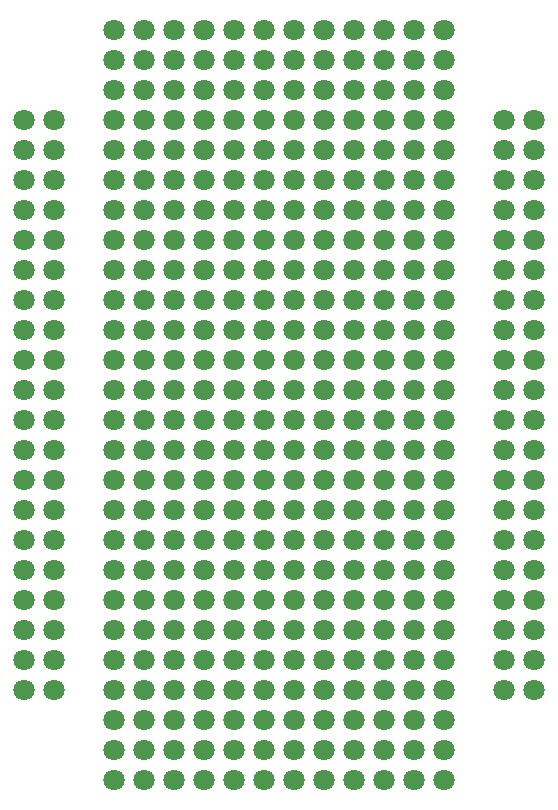
<source format=gbr>
%TF.GenerationSoftware,KiCad,Pcbnew,(5.1.10-1-10_14)*%
%TF.CreationDate,2021-09-01T11:57:48-05:00*%
%TF.ProjectId,soldering,736f6c64-6572-4696-9e67-2e6b69636164,rev?*%
%TF.SameCoordinates,Original*%
%TF.FileFunction,Copper,L2,Bot*%
%TF.FilePolarity,Positive*%
%FSLAX46Y46*%
G04 Gerber Fmt 4.6, Leading zero omitted, Abs format (unit mm)*
G04 Created by KiCad (PCBNEW (5.1.10-1-10_14)) date 2021-09-01 11:57:48*
%MOMM*%
%LPD*%
G01*
G04 APERTURE LIST*
%TA.AperFunction,ComponentPad*%
%ADD10C,1.800000*%
%TD*%
G04 APERTURE END LIST*
D10*
%TO.P,REF\u002A\u002A,1*%
%TO.N,N/C*%
X154940000Y-99060000D03*
%TD*%
%TO.P,REF\u002A\u002A,1*%
%TO.N,N/C*%
X152400000Y-99060000D03*
%TD*%
%TO.P,REF\u002A\u002A,1*%
%TO.N,N/C*%
X111760000Y-99060000D03*
%TD*%
%TO.P,REF\u002A\u002A,1*%
%TO.N,N/C*%
X114300000Y-99060000D03*
%TD*%
%TO.P,REF\u002A\u002A,1*%
%TO.N,N/C*%
X147320000Y-104140000D03*
%TD*%
%TO.P,REF\u002A\u002A,1*%
%TO.N,N/C*%
X144780000Y-106680000D03*
%TD*%
%TO.P,REF\u002A\u002A,1*%
%TO.N,N/C*%
X144780000Y-154940000D03*
%TD*%
%TO.P,REF\u002A\u002A,1*%
%TO.N,N/C*%
X147320000Y-154940000D03*
%TD*%
%TO.P,REF\u002A\u002A,1*%
%TO.N,N/C*%
X147320000Y-147320000D03*
%TD*%
%TO.P,REF\u002A\u002A,1*%
%TO.N,N/C*%
X144780000Y-132080000D03*
%TD*%
%TO.P,REF\u002A\u002A,1*%
%TO.N,N/C*%
X147320000Y-142240000D03*
%TD*%
%TO.P,REF\u002A\u002A,1*%
%TO.N,N/C*%
X147320000Y-99060000D03*
%TD*%
%TO.P,REF\u002A\u002A,1*%
%TO.N,N/C*%
X147320000Y-91440000D03*
%TD*%
%TO.P,REF\u002A\u002A,1*%
%TO.N,N/C*%
X147320000Y-101600000D03*
%TD*%
%TO.P,REF\u002A\u002A,1*%
%TO.N,N/C*%
X144780000Y-116840000D03*
%TD*%
%TO.P,REF\u002A\u002A,1*%
%TO.N,N/C*%
X147320000Y-119380000D03*
%TD*%
%TO.P,REF\u002A\u002A,1*%
%TO.N,N/C*%
X147320000Y-109220000D03*
%TD*%
%TO.P,REF\u002A\u002A,1*%
%TO.N,N/C*%
X144780000Y-111760000D03*
%TD*%
%TO.P,REF\u002A\u002A,1*%
%TO.N,N/C*%
X147320000Y-114300000D03*
%TD*%
%TO.P,REF\u002A\u002A,1*%
%TO.N,N/C*%
X142240000Y-152400000D03*
%TD*%
%TO.P,REF\u002A\u002A,1*%
%TO.N,N/C*%
X142240000Y-142240000D03*
%TD*%
%TO.P,REF\u002A\u002A,1*%
%TO.N,N/C*%
X139700000Y-149860000D03*
%TD*%
%TO.P,REF\u002A\u002A,1*%
%TO.N,N/C*%
X139700000Y-152400000D03*
%TD*%
%TO.P,REF\u002A\u002A,1*%
%TO.N,N/C*%
X144780000Y-101600000D03*
%TD*%
%TO.P,REF\u002A\u002A,1*%
%TO.N,N/C*%
X144780000Y-152400000D03*
%TD*%
%TO.P,REF\u002A\u002A,1*%
%TO.N,N/C*%
X142240000Y-116840000D03*
%TD*%
%TO.P,REF\u002A\u002A,1*%
%TO.N,N/C*%
X139700000Y-104140000D03*
%TD*%
%TO.P,REF\u002A\u002A,1*%
%TO.N,N/C*%
X142240000Y-106680000D03*
%TD*%
%TO.P,REF\u002A\u002A,1*%
%TO.N,N/C*%
X142240000Y-132080000D03*
%TD*%
%TO.P,REF\u002A\u002A,1*%
%TO.N,N/C*%
X139700000Y-144780000D03*
%TD*%
%TO.P,REF\u002A\u002A,1*%
%TO.N,N/C*%
X147320000Y-124460000D03*
%TD*%
%TO.P,REF\u002A\u002A,1*%
%TO.N,N/C*%
X144780000Y-99060000D03*
%TD*%
%TO.P,REF\u002A\u002A,1*%
%TO.N,N/C*%
X144780000Y-91440000D03*
%TD*%
%TO.P,REF\u002A\u002A,1*%
%TO.N,N/C*%
X147320000Y-111760000D03*
%TD*%
%TO.P,REF\u002A\u002A,1*%
%TO.N,N/C*%
X147320000Y-129540000D03*
%TD*%
%TO.P,REF\u002A\u002A,1*%
%TO.N,N/C*%
X147320000Y-93980000D03*
%TD*%
%TO.P,REF\u002A\u002A,1*%
%TO.N,N/C*%
X147320000Y-134620000D03*
%TD*%
%TO.P,REF\u002A\u002A,1*%
%TO.N,N/C*%
X144780000Y-119380000D03*
%TD*%
%TO.P,REF\u002A\u002A,1*%
%TO.N,N/C*%
X144780000Y-114300000D03*
%TD*%
%TO.P,REF\u002A\u002A,1*%
%TO.N,N/C*%
X147320000Y-127000000D03*
%TD*%
%TO.P,REF\u002A\u002A,1*%
%TO.N,N/C*%
X144780000Y-124460000D03*
%TD*%
%TO.P,REF\u002A\u002A,1*%
%TO.N,N/C*%
X144780000Y-96520000D03*
%TD*%
%TO.P,REF\u002A\u002A,1*%
%TO.N,N/C*%
X144780000Y-127000000D03*
%TD*%
%TO.P,REF\u002A\u002A,1*%
%TO.N,N/C*%
X139700000Y-154940000D03*
%TD*%
%TO.P,REF\u002A\u002A,1*%
%TO.N,N/C*%
X142240000Y-154940000D03*
%TD*%
%TO.P,REF\u002A\u002A,1*%
%TO.N,N/C*%
X147320000Y-121920000D03*
%TD*%
%TO.P,REF\u002A\u002A,1*%
%TO.N,N/C*%
X144780000Y-129540000D03*
%TD*%
%TO.P,REF\u002A\u002A,1*%
%TO.N,N/C*%
X144780000Y-109220000D03*
%TD*%
%TO.P,REF\u002A\u002A,1*%
%TO.N,N/C*%
X144780000Y-93980000D03*
%TD*%
%TO.P,REF\u002A\u002A,1*%
%TO.N,N/C*%
X147320000Y-96520000D03*
%TD*%
%TO.P,REF\u002A\u002A,1*%
%TO.N,N/C*%
X147320000Y-139700000D03*
%TD*%
%TO.P,REF\u002A\u002A,1*%
%TO.N,N/C*%
X144780000Y-149860000D03*
%TD*%
%TO.P,REF\u002A\u002A,1*%
%TO.N,N/C*%
X144780000Y-121920000D03*
%TD*%
%TO.P,REF\u002A\u002A,1*%
%TO.N,N/C*%
X147320000Y-137160000D03*
%TD*%
%TO.P,REF\u002A\u002A,1*%
%TO.N,N/C*%
X144780000Y-137160000D03*
%TD*%
%TO.P,REF\u002A\u002A,1*%
%TO.N,N/C*%
X144780000Y-134620000D03*
%TD*%
%TO.P,REF\u002A\u002A,1*%
%TO.N,N/C*%
X147320000Y-149860000D03*
%TD*%
%TO.P,REF\u002A\u002A,1*%
%TO.N,N/C*%
X144780000Y-142240000D03*
%TD*%
%TO.P,REF\u002A\u002A,1*%
%TO.N,N/C*%
X147320000Y-116840000D03*
%TD*%
%TO.P,REF\u002A\u002A,1*%
%TO.N,N/C*%
X144780000Y-104140000D03*
%TD*%
%TO.P,REF\u002A\u002A,1*%
%TO.N,N/C*%
X147320000Y-106680000D03*
%TD*%
%TO.P,REF\u002A\u002A,1*%
%TO.N,N/C*%
X147320000Y-132080000D03*
%TD*%
%TO.P,REF\u002A\u002A,1*%
%TO.N,N/C*%
X144780000Y-144780000D03*
%TD*%
%TO.P,REF\u002A\u002A,1*%
%TO.N,N/C*%
X144780000Y-147320000D03*
%TD*%
%TO.P,REF\u002A\u002A,1*%
%TO.N,N/C*%
X147320000Y-144780000D03*
%TD*%
%TO.P,REF\u002A\u002A,1*%
%TO.N,N/C*%
X144780000Y-139700000D03*
%TD*%
%TO.P,REF\u002A\u002A,1*%
%TO.N,N/C*%
X147320000Y-152400000D03*
%TD*%
%TO.P,REF\u002A\u002A,1*%
%TO.N,N/C*%
X142240000Y-147320000D03*
%TD*%
%TO.P,REF\u002A\u002A,1*%
%TO.N,N/C*%
X142240000Y-139700000D03*
%TD*%
%TO.P,REF\u002A\u002A,1*%
%TO.N,N/C*%
X142240000Y-144780000D03*
%TD*%
%TO.P,REF\u002A\u002A,1*%
%TO.N,N/C*%
X139700000Y-139700000D03*
%TD*%
%TO.P,REF\u002A\u002A,1*%
%TO.N,N/C*%
X139700000Y-147320000D03*
%TD*%
%TO.P,REF\u002A\u002A,1*%
%TO.N,N/C*%
X139700000Y-142240000D03*
%TD*%
%TO.P,REF\u002A\u002A,1*%
%TO.N,N/C*%
X142240000Y-149860000D03*
%TD*%
%TO.P,REF\u002A\u002A,1*%
%TO.N,N/C*%
X139700000Y-96520000D03*
%TD*%
%TO.P,REF\u002A\u002A,1*%
%TO.N,N/C*%
X139700000Y-106680000D03*
%TD*%
%TO.P,REF\u002A\u002A,1*%
%TO.N,N/C*%
X142240000Y-137160000D03*
%TD*%
%TO.P,REF\u002A\u002A,1*%
%TO.N,N/C*%
X139700000Y-93980000D03*
%TD*%
%TO.P,REF\u002A\u002A,1*%
%TO.N,N/C*%
X139700000Y-134620000D03*
%TD*%
%TO.P,REF\u002A\u002A,1*%
%TO.N,N/C*%
X139700000Y-132080000D03*
%TD*%
%TO.P,REF\u002A\u002A,1*%
%TO.N,N/C*%
X139700000Y-109220000D03*
%TD*%
%TO.P,REF\u002A\u002A,1*%
%TO.N,N/C*%
X139700000Y-101600000D03*
%TD*%
%TO.P,REF\u002A\u002A,1*%
%TO.N,N/C*%
X142240000Y-91440000D03*
%TD*%
%TO.P,REF\u002A\u002A,1*%
%TO.N,N/C*%
X139700000Y-121920000D03*
%TD*%
%TO.P,REF\u002A\u002A,1*%
%TO.N,N/C*%
X142240000Y-99060000D03*
%TD*%
%TO.P,REF\u002A\u002A,1*%
%TO.N,N/C*%
X142240000Y-96520000D03*
%TD*%
%TO.P,REF\u002A\u002A,1*%
%TO.N,N/C*%
X142240000Y-104140000D03*
%TD*%
%TO.P,REF\u002A\u002A,1*%
%TO.N,N/C*%
X139700000Y-137160000D03*
%TD*%
%TO.P,REF\u002A\u002A,1*%
%TO.N,N/C*%
X142240000Y-121920000D03*
%TD*%
%TO.P,REF\u002A\u002A,1*%
%TO.N,N/C*%
X139700000Y-129540000D03*
%TD*%
%TO.P,REF\u002A\u002A,1*%
%TO.N,N/C*%
X139700000Y-127000000D03*
%TD*%
%TO.P,REF\u002A\u002A,1*%
%TO.N,N/C*%
X142240000Y-93980000D03*
%TD*%
%TO.P,REF\u002A\u002A,1*%
%TO.N,N/C*%
X142240000Y-111760000D03*
%TD*%
%TO.P,REF\u002A\u002A,1*%
%TO.N,N/C*%
X142240000Y-129540000D03*
%TD*%
%TO.P,REF\u002A\u002A,1*%
%TO.N,N/C*%
X142240000Y-127000000D03*
%TD*%
%TO.P,REF\u002A\u002A,1*%
%TO.N,N/C*%
X139700000Y-124460000D03*
%TD*%
%TO.P,REF\u002A\u002A,1*%
%TO.N,N/C*%
X142240000Y-109220000D03*
%TD*%
%TO.P,REF\u002A\u002A,1*%
%TO.N,N/C*%
X139700000Y-99060000D03*
%TD*%
%TO.P,REF\u002A\u002A,1*%
%TO.N,N/C*%
X139700000Y-91440000D03*
%TD*%
%TO.P,REF\u002A\u002A,1*%
%TO.N,N/C*%
X142240000Y-101600000D03*
%TD*%
%TO.P,REF\u002A\u002A,1*%
%TO.N,N/C*%
X142240000Y-114300000D03*
%TD*%
%TO.P,REF\u002A\u002A,1*%
%TO.N,N/C*%
X139700000Y-116840000D03*
%TD*%
%TO.P,REF\u002A\u002A,1*%
%TO.N,N/C*%
X142240000Y-119380000D03*
%TD*%
%TO.P,REF\u002A\u002A,1*%
%TO.N,N/C*%
X142240000Y-124460000D03*
%TD*%
%TO.P,REF\u002A\u002A,1*%
%TO.N,N/C*%
X139700000Y-111760000D03*
%TD*%
%TO.P,REF\u002A\u002A,1*%
%TO.N,N/C*%
X139700000Y-114300000D03*
%TD*%
%TO.P,REF\u002A\u002A,1*%
%TO.N,N/C*%
X142240000Y-134620000D03*
%TD*%
%TO.P,REF\u002A\u002A,1*%
%TO.N,N/C*%
X139700000Y-119380000D03*
%TD*%
%TO.P,REF\u002A\u002A,1*%
%TO.N,N/C*%
X132080000Y-134620000D03*
%TD*%
%TO.P,REF\u002A\u002A,1*%
%TO.N,N/C*%
X129540000Y-119380000D03*
%TD*%
%TO.P,REF\u002A\u002A,1*%
%TO.N,N/C*%
X129540000Y-114300000D03*
%TD*%
%TO.P,REF\u002A\u002A,1*%
%TO.N,N/C*%
X129540000Y-127000000D03*
%TD*%
%TO.P,REF\u002A\u002A,1*%
%TO.N,N/C*%
X132080000Y-121920000D03*
%TD*%
%TO.P,REF\u002A\u002A,1*%
%TO.N,N/C*%
X129540000Y-129540000D03*
%TD*%
%TO.P,REF\u002A\u002A,1*%
%TO.N,N/C*%
X132080000Y-101600000D03*
%TD*%
%TO.P,REF\u002A\u002A,1*%
%TO.N,N/C*%
X132080000Y-109220000D03*
%TD*%
%TO.P,REF\u002A\u002A,1*%
%TO.N,N/C*%
X129540000Y-111760000D03*
%TD*%
%TO.P,REF\u002A\u002A,1*%
%TO.N,N/C*%
X132080000Y-114300000D03*
%TD*%
%TO.P,REF\u002A\u002A,1*%
%TO.N,N/C*%
X129540000Y-116840000D03*
%TD*%
%TO.P,REF\u002A\u002A,1*%
%TO.N,N/C*%
X132080000Y-119380000D03*
%TD*%
%TO.P,REF\u002A\u002A,1*%
%TO.N,N/C*%
X132080000Y-124460000D03*
%TD*%
%TO.P,REF\u002A\u002A,1*%
%TO.N,N/C*%
X129540000Y-99060000D03*
%TD*%
%TO.P,REF\u002A\u002A,1*%
%TO.N,N/C*%
X129540000Y-91440000D03*
%TD*%
%TO.P,REF\u002A\u002A,1*%
%TO.N,N/C*%
X132080000Y-93980000D03*
%TD*%
%TO.P,REF\u002A\u002A,1*%
%TO.N,N/C*%
X132080000Y-111760000D03*
%TD*%
%TO.P,REF\u002A\u002A,1*%
%TO.N,N/C*%
X132080000Y-129540000D03*
%TD*%
%TO.P,REF\u002A\u002A,1*%
%TO.N,N/C*%
X132080000Y-127000000D03*
%TD*%
%TO.P,REF\u002A\u002A,1*%
%TO.N,N/C*%
X129540000Y-124460000D03*
%TD*%
%TO.P,REF\u002A\u002A,1*%
%TO.N,N/C*%
X129540000Y-96520000D03*
%TD*%
%TO.P,REF\u002A\u002A,1*%
%TO.N,N/C*%
X132080000Y-99060000D03*
%TD*%
%TO.P,REF\u002A\u002A,1*%
%TO.N,N/C*%
X129540000Y-93980000D03*
%TD*%
%TO.P,REF\u002A\u002A,1*%
%TO.N,N/C*%
X132080000Y-96520000D03*
%TD*%
%TO.P,REF\u002A\u002A,1*%
%TO.N,N/C*%
X132080000Y-104140000D03*
%TD*%
%TO.P,REF\u002A\u002A,1*%
%TO.N,N/C*%
X129540000Y-106680000D03*
%TD*%
%TO.P,REF\u002A\u002A,1*%
%TO.N,N/C*%
X129540000Y-132080000D03*
%TD*%
%TO.P,REF\u002A\u002A,1*%
%TO.N,N/C*%
X129540000Y-109220000D03*
%TD*%
%TO.P,REF\u002A\u002A,1*%
%TO.N,N/C*%
X129540000Y-101600000D03*
%TD*%
%TO.P,REF\u002A\u002A,1*%
%TO.N,N/C*%
X132080000Y-91440000D03*
%TD*%
%TO.P,REF\u002A\u002A,1*%
%TO.N,N/C*%
X129540000Y-121920000D03*
%TD*%
%TO.P,REF\u002A\u002A,1*%
%TO.N,N/C*%
X132080000Y-137160000D03*
%TD*%
%TO.P,REF\u002A\u002A,1*%
%TO.N,N/C*%
X129540000Y-137160000D03*
%TD*%
%TO.P,REF\u002A\u002A,1*%
%TO.N,N/C*%
X129540000Y-134620000D03*
%TD*%
%TO.P,REF\u002A\u002A,1*%
%TO.N,N/C*%
X132080000Y-149860000D03*
%TD*%
%TO.P,REF\u002A\u002A,1*%
%TO.N,N/C*%
X129540000Y-142240000D03*
%TD*%
%TO.P,REF\u002A\u002A,1*%
%TO.N,N/C*%
X132080000Y-116840000D03*
%TD*%
%TO.P,REF\u002A\u002A,1*%
%TO.N,N/C*%
X129540000Y-104140000D03*
%TD*%
%TO.P,REF\u002A\u002A,1*%
%TO.N,N/C*%
X132080000Y-106680000D03*
%TD*%
%TO.P,REF\u002A\u002A,1*%
%TO.N,N/C*%
X132080000Y-132080000D03*
%TD*%
%TO.P,REF\u002A\u002A,1*%
%TO.N,N/C*%
X129540000Y-144780000D03*
%TD*%
%TO.P,REF\u002A\u002A,1*%
%TO.N,N/C*%
X137160000Y-124460000D03*
%TD*%
%TO.P,REF\u002A\u002A,1*%
%TO.N,N/C*%
X134620000Y-99060000D03*
%TD*%
%TO.P,REF\u002A\u002A,1*%
%TO.N,N/C*%
X134620000Y-91440000D03*
%TD*%
%TO.P,REF\u002A\u002A,1*%
%TO.N,N/C*%
X137160000Y-111760000D03*
%TD*%
%TO.P,REF\u002A\u002A,1*%
%TO.N,N/C*%
X137160000Y-129540000D03*
%TD*%
%TO.P,REF\u002A\u002A,1*%
%TO.N,N/C*%
X137160000Y-93980000D03*
%TD*%
%TO.P,REF\u002A\u002A,1*%
%TO.N,N/C*%
X137160000Y-134620000D03*
%TD*%
%TO.P,REF\u002A\u002A,1*%
%TO.N,N/C*%
X134620000Y-119380000D03*
%TD*%
%TO.P,REF\u002A\u002A,1*%
%TO.N,N/C*%
X134620000Y-114300000D03*
%TD*%
%TO.P,REF\u002A\u002A,1*%
%TO.N,N/C*%
X137160000Y-127000000D03*
%TD*%
%TO.P,REF\u002A\u002A,1*%
%TO.N,N/C*%
X134620000Y-124460000D03*
%TD*%
%TO.P,REF\u002A\u002A,1*%
%TO.N,N/C*%
X134620000Y-96520000D03*
%TD*%
%TO.P,REF\u002A\u002A,1*%
%TO.N,N/C*%
X134620000Y-127000000D03*
%TD*%
%TO.P,REF\u002A\u002A,1*%
%TO.N,N/C*%
X137160000Y-121920000D03*
%TD*%
%TO.P,REF\u002A\u002A,1*%
%TO.N,N/C*%
X134620000Y-129540000D03*
%TD*%
%TO.P,REF\u002A\u002A,1*%
%TO.N,N/C*%
X137160000Y-101600000D03*
%TD*%
%TO.P,REF\u002A\u002A,1*%
%TO.N,N/C*%
X134620000Y-116840000D03*
%TD*%
%TO.P,REF\u002A\u002A,1*%
%TO.N,N/C*%
X137160000Y-119380000D03*
%TD*%
%TO.P,REF\u002A\u002A,1*%
%TO.N,N/C*%
X137160000Y-109220000D03*
%TD*%
%TO.P,REF\u002A\u002A,1*%
%TO.N,N/C*%
X134620000Y-111760000D03*
%TD*%
%TO.P,REF\u002A\u002A,1*%
%TO.N,N/C*%
X137160000Y-114300000D03*
%TD*%
%TO.P,REF\u002A\u002A,1*%
%TO.N,N/C*%
X134620000Y-109220000D03*
%TD*%
%TO.P,REF\u002A\u002A,1*%
%TO.N,N/C*%
X134620000Y-101600000D03*
%TD*%
%TO.P,REF\u002A\u002A,1*%
%TO.N,N/C*%
X134620000Y-152400000D03*
%TD*%
%TO.P,REF\u002A\u002A,1*%
%TO.N,N/C*%
X137160000Y-104140000D03*
%TD*%
%TO.P,REF\u002A\u002A,1*%
%TO.N,N/C*%
X134620000Y-106680000D03*
%TD*%
%TO.P,REF\u002A\u002A,1*%
%TO.N,N/C*%
X134620000Y-154940000D03*
%TD*%
%TO.P,REF\u002A\u002A,1*%
%TO.N,N/C*%
X137160000Y-154940000D03*
%TD*%
%TO.P,REF\u002A\u002A,1*%
%TO.N,N/C*%
X137160000Y-147320000D03*
%TD*%
%TO.P,REF\u002A\u002A,1*%
%TO.N,N/C*%
X134620000Y-132080000D03*
%TD*%
%TO.P,REF\u002A\u002A,1*%
%TO.N,N/C*%
X137160000Y-142240000D03*
%TD*%
%TO.P,REF\u002A\u002A,1*%
%TO.N,N/C*%
X137160000Y-99060000D03*
%TD*%
%TO.P,REF\u002A\u002A,1*%
%TO.N,N/C*%
X134620000Y-93980000D03*
%TD*%
%TO.P,REF\u002A\u002A,1*%
%TO.N,N/C*%
X137160000Y-96520000D03*
%TD*%
%TO.P,REF\u002A\u002A,1*%
%TO.N,N/C*%
X137160000Y-139700000D03*
%TD*%
%TO.P,REF\u002A\u002A,1*%
%TO.N,N/C*%
X134620000Y-121920000D03*
%TD*%
%TO.P,REF\u002A\u002A,1*%
%TO.N,N/C*%
X137160000Y-137160000D03*
%TD*%
%TO.P,REF\u002A\u002A,1*%
%TO.N,N/C*%
X134620000Y-137160000D03*
%TD*%
%TO.P,REF\u002A\u002A,1*%
%TO.N,N/C*%
X134620000Y-134620000D03*
%TD*%
%TO.P,REF\u002A\u002A,1*%
%TO.N,N/C*%
X137160000Y-149860000D03*
%TD*%
%TO.P,REF\u002A\u002A,1*%
%TO.N,N/C*%
X134620000Y-142240000D03*
%TD*%
%TO.P,REF\u002A\u002A,1*%
%TO.N,N/C*%
X137160000Y-116840000D03*
%TD*%
%TO.P,REF\u002A\u002A,1*%
%TO.N,N/C*%
X134620000Y-104140000D03*
%TD*%
%TO.P,REF\u002A\u002A,1*%
%TO.N,N/C*%
X137160000Y-106680000D03*
%TD*%
%TO.P,REF\u002A\u002A,1*%
%TO.N,N/C*%
X137160000Y-132080000D03*
%TD*%
%TO.P,REF\u002A\u002A,1*%
%TO.N,N/C*%
X134620000Y-144780000D03*
%TD*%
%TO.P,REF\u002A\u002A,1*%
%TO.N,N/C*%
X134620000Y-147320000D03*
%TD*%
%TO.P,REF\u002A\u002A,1*%
%TO.N,N/C*%
X137160000Y-144780000D03*
%TD*%
%TO.P,REF\u002A\u002A,1*%
%TO.N,N/C*%
X134620000Y-139700000D03*
%TD*%
%TO.P,REF\u002A\u002A,1*%
%TO.N,N/C*%
X137160000Y-152400000D03*
%TD*%
%TO.P,REF\u002A\u002A,1*%
%TO.N,N/C*%
X137160000Y-91440000D03*
%TD*%
%TO.P,REF\u002A\u002A,1*%
%TO.N,N/C*%
X134620000Y-149860000D03*
%TD*%
%TO.P,REF\u002A\u002A,1*%
%TO.N,N/C*%
X129540000Y-154940000D03*
%TD*%
%TO.P,REF\u002A\u002A,1*%
%TO.N,N/C*%
X132080000Y-154940000D03*
%TD*%
%TO.P,REF\u002A\u002A,1*%
%TO.N,N/C*%
X132080000Y-147320000D03*
%TD*%
%TO.P,REF\u002A\u002A,1*%
%TO.N,N/C*%
X132080000Y-139700000D03*
%TD*%
%TO.P,REF\u002A\u002A,1*%
%TO.N,N/C*%
X132080000Y-144780000D03*
%TD*%
%TO.P,REF\u002A\u002A,1*%
%TO.N,N/C*%
X129540000Y-139700000D03*
%TD*%
%TO.P,REF\u002A\u002A,1*%
%TO.N,N/C*%
X129540000Y-147320000D03*
%TD*%
%TO.P,REF\u002A\u002A,1*%
%TO.N,N/C*%
X132080000Y-152400000D03*
%TD*%
%TO.P,REF\u002A\u002A,1*%
%TO.N,N/C*%
X132080000Y-142240000D03*
%TD*%
%TO.P,REF\u002A\u002A,1*%
%TO.N,N/C*%
X129540000Y-149860000D03*
%TD*%
%TO.P,REF\u002A\u002A,1*%
%TO.N,N/C*%
X129540000Y-152400000D03*
%TD*%
%TO.P,REF\u002A\u002A,1*%
%TO.N,N/C*%
X127000000Y-134620000D03*
%TD*%
%TO.P,REF\u002A\u002A,1*%
%TO.N,N/C*%
X124460000Y-119380000D03*
%TD*%
%TO.P,REF\u002A\u002A,1*%
%TO.N,N/C*%
X124460000Y-114300000D03*
%TD*%
%TO.P,REF\u002A\u002A,1*%
%TO.N,N/C*%
X124460000Y-127000000D03*
%TD*%
%TO.P,REF\u002A\u002A,1*%
%TO.N,N/C*%
X127000000Y-121920000D03*
%TD*%
%TO.P,REF\u002A\u002A,1*%
%TO.N,N/C*%
X124460000Y-129540000D03*
%TD*%
%TO.P,REF\u002A\u002A,1*%
%TO.N,N/C*%
X127000000Y-101600000D03*
%TD*%
%TO.P,REF\u002A\u002A,1*%
%TO.N,N/C*%
X127000000Y-109220000D03*
%TD*%
%TO.P,REF\u002A\u002A,1*%
%TO.N,N/C*%
X124460000Y-111760000D03*
%TD*%
%TO.P,REF\u002A\u002A,1*%
%TO.N,N/C*%
X127000000Y-114300000D03*
%TD*%
%TO.P,REF\u002A\u002A,1*%
%TO.N,N/C*%
X124460000Y-116840000D03*
%TD*%
%TO.P,REF\u002A\u002A,1*%
%TO.N,N/C*%
X127000000Y-119380000D03*
%TD*%
%TO.P,REF\u002A\u002A,1*%
%TO.N,N/C*%
X127000000Y-124460000D03*
%TD*%
%TO.P,REF\u002A\u002A,1*%
%TO.N,N/C*%
X124460000Y-99060000D03*
%TD*%
%TO.P,REF\u002A\u002A,1*%
%TO.N,N/C*%
X124460000Y-91440000D03*
%TD*%
%TO.P,REF\u002A\u002A,1*%
%TO.N,N/C*%
X127000000Y-93980000D03*
%TD*%
%TO.P,REF\u002A\u002A,1*%
%TO.N,N/C*%
X127000000Y-111760000D03*
%TD*%
%TO.P,REF\u002A\u002A,1*%
%TO.N,N/C*%
X127000000Y-129540000D03*
%TD*%
%TO.P,REF\u002A\u002A,1*%
%TO.N,N/C*%
X127000000Y-127000000D03*
%TD*%
%TO.P,REF\u002A\u002A,1*%
%TO.N,N/C*%
X124460000Y-124460000D03*
%TD*%
%TO.P,REF\u002A\u002A,1*%
%TO.N,N/C*%
X124460000Y-96520000D03*
%TD*%
%TO.P,REF\u002A\u002A,1*%
%TO.N,N/C*%
X127000000Y-99060000D03*
%TD*%
%TO.P,REF\u002A\u002A,1*%
%TO.N,N/C*%
X124460000Y-93980000D03*
%TD*%
%TO.P,REF\u002A\u002A,1*%
%TO.N,N/C*%
X127000000Y-96520000D03*
%TD*%
%TO.P,REF\u002A\u002A,1*%
%TO.N,N/C*%
X127000000Y-104140000D03*
%TD*%
%TO.P,REF\u002A\u002A,1*%
%TO.N,N/C*%
X124460000Y-106680000D03*
%TD*%
%TO.P,REF\u002A\u002A,1*%
%TO.N,N/C*%
X124460000Y-132080000D03*
%TD*%
%TO.P,REF\u002A\u002A,1*%
%TO.N,N/C*%
X124460000Y-109220000D03*
%TD*%
%TO.P,REF\u002A\u002A,1*%
%TO.N,N/C*%
X124460000Y-101600000D03*
%TD*%
%TO.P,REF\u002A\u002A,1*%
%TO.N,N/C*%
X127000000Y-91440000D03*
%TD*%
%TO.P,REF\u002A\u002A,1*%
%TO.N,N/C*%
X124460000Y-121920000D03*
%TD*%
%TO.P,REF\u002A\u002A,1*%
%TO.N,N/C*%
X127000000Y-137160000D03*
%TD*%
%TO.P,REF\u002A\u002A,1*%
%TO.N,N/C*%
X124460000Y-137160000D03*
%TD*%
%TO.P,REF\u002A\u002A,1*%
%TO.N,N/C*%
X124460000Y-134620000D03*
%TD*%
%TO.P,REF\u002A\u002A,1*%
%TO.N,N/C*%
X127000000Y-149860000D03*
%TD*%
%TO.P,REF\u002A\u002A,1*%
%TO.N,N/C*%
X124460000Y-142240000D03*
%TD*%
%TO.P,REF\u002A\u002A,1*%
%TO.N,N/C*%
X127000000Y-116840000D03*
%TD*%
%TO.P,REF\u002A\u002A,1*%
%TO.N,N/C*%
X124460000Y-104140000D03*
%TD*%
%TO.P,REF\u002A\u002A,1*%
%TO.N,N/C*%
X127000000Y-106680000D03*
%TD*%
%TO.P,REF\u002A\u002A,1*%
%TO.N,N/C*%
X127000000Y-132080000D03*
%TD*%
%TO.P,REF\u002A\u002A,1*%
%TO.N,N/C*%
X124460000Y-144780000D03*
%TD*%
%TO.P,REF\u002A\u002A,1*%
%TO.N,N/C*%
X124460000Y-154940000D03*
%TD*%
%TO.P,REF\u002A\u002A,1*%
%TO.N,N/C*%
X127000000Y-154940000D03*
%TD*%
%TO.P,REF\u002A\u002A,1*%
%TO.N,N/C*%
X127000000Y-147320000D03*
%TD*%
%TO.P,REF\u002A\u002A,1*%
%TO.N,N/C*%
X127000000Y-139700000D03*
%TD*%
%TO.P,REF\u002A\u002A,1*%
%TO.N,N/C*%
X127000000Y-144780000D03*
%TD*%
%TO.P,REF\u002A\u002A,1*%
%TO.N,N/C*%
X124460000Y-139700000D03*
%TD*%
%TO.P,REF\u002A\u002A,1*%
%TO.N,N/C*%
X124460000Y-147320000D03*
%TD*%
%TO.P,REF\u002A\u002A,1*%
%TO.N,N/C*%
X127000000Y-152400000D03*
%TD*%
%TO.P,REF\u002A\u002A,1*%
%TO.N,N/C*%
X127000000Y-142240000D03*
%TD*%
%TO.P,REF\u002A\u002A,1*%
%TO.N,N/C*%
X124460000Y-149860000D03*
%TD*%
%TO.P,REF\u002A\u002A,1*%
%TO.N,N/C*%
X124460000Y-152400000D03*
%TD*%
%TO.P,REF\u002A\u002A,1*%
%TO.N,N/C*%
X121920000Y-154940000D03*
%TD*%
%TO.P,REF\u002A\u002A,1*%
%TO.N,N/C*%
X119380000Y-154940000D03*
%TD*%
%TO.P,REF\u002A\u002A,1*%
%TO.N,N/C*%
X121920000Y-149860000D03*
%TD*%
%TO.P,REF\u002A\u002A,1*%
%TO.N,N/C*%
X119380000Y-142240000D03*
%TD*%
%TO.P,REF\u002A\u002A,1*%
%TO.N,N/C*%
X119380000Y-144780000D03*
%TD*%
%TO.P,REF\u002A\u002A,1*%
%TO.N,N/C*%
X121920000Y-139700000D03*
%TD*%
%TO.P,REF\u002A\u002A,1*%
%TO.N,N/C*%
X121920000Y-144780000D03*
%TD*%
%TO.P,REF\u002A\u002A,1*%
%TO.N,N/C*%
X121920000Y-142240000D03*
%TD*%
%TO.P,REF\u002A\u002A,1*%
%TO.N,N/C*%
X119380000Y-139700000D03*
%TD*%
%TO.P,REF\u002A\u002A,1*%
%TO.N,N/C*%
X119380000Y-147320000D03*
%TD*%
%TO.P,REF\u002A\u002A,1*%
%TO.N,N/C*%
X121920000Y-152400000D03*
%TD*%
%TO.P,REF\u002A\u002A,1*%
%TO.N,N/C*%
X119380000Y-152400000D03*
%TD*%
%TO.P,REF\u002A\u002A,1*%
%TO.N,N/C*%
X119380000Y-149860000D03*
%TD*%
%TO.P,REF\u002A\u002A,1*%
%TO.N,N/C*%
X121920000Y-147320000D03*
%TD*%
%TO.P,REF\u002A\u002A,1*%
%TO.N,N/C*%
X121920000Y-116840000D03*
%TD*%
%TO.P,REF\u002A\u002A,1*%
%TO.N,N/C*%
X121920000Y-124460000D03*
%TD*%
%TO.P,REF\u002A\u002A,1*%
%TO.N,N/C*%
X121920000Y-134620000D03*
%TD*%
%TO.P,REF\u002A\u002A,1*%
%TO.N,N/C*%
X119380000Y-119380000D03*
%TD*%
%TO.P,REF\u002A\u002A,1*%
%TO.N,N/C*%
X119380000Y-111760000D03*
%TD*%
%TO.P,REF\u002A\u002A,1*%
%TO.N,N/C*%
X121920000Y-114300000D03*
%TD*%
%TO.P,REF\u002A\u002A,1*%
%TO.N,N/C*%
X119380000Y-116840000D03*
%TD*%
%TO.P,REF\u002A\u002A,1*%
%TO.N,N/C*%
X121920000Y-119380000D03*
%TD*%
%TO.P,REF\u002A\u002A,1*%
%TO.N,N/C*%
X119380000Y-114300000D03*
%TD*%
%TO.P,REF\u002A\u002A,1*%
%TO.N,N/C*%
X119380000Y-127000000D03*
%TD*%
%TO.P,REF\u002A\u002A,1*%
%TO.N,N/C*%
X121920000Y-121920000D03*
%TD*%
%TO.P,REF\u002A\u002A,1*%
%TO.N,N/C*%
X119380000Y-129540000D03*
%TD*%
%TO.P,REF\u002A\u002A,1*%
%TO.N,N/C*%
X119380000Y-121920000D03*
%TD*%
%TO.P,REF\u002A\u002A,1*%
%TO.N,N/C*%
X121920000Y-137160000D03*
%TD*%
%TO.P,REF\u002A\u002A,1*%
%TO.N,N/C*%
X119380000Y-137160000D03*
%TD*%
%TO.P,REF\u002A\u002A,1*%
%TO.N,N/C*%
X119380000Y-134620000D03*
%TD*%
%TO.P,REF\u002A\u002A,1*%
%TO.N,N/C*%
X119380000Y-99060000D03*
%TD*%
%TO.P,REF\u002A\u002A,1*%
%TO.N,N/C*%
X119380000Y-91440000D03*
%TD*%
%TO.P,REF\u002A\u002A,1*%
%TO.N,N/C*%
X121920000Y-93980000D03*
%TD*%
%TO.P,REF\u002A\u002A,1*%
%TO.N,N/C*%
X121920000Y-111760000D03*
%TD*%
%TO.P,REF\u002A\u002A,1*%
%TO.N,N/C*%
X121920000Y-129540000D03*
%TD*%
%TO.P,REF\u002A\u002A,1*%
%TO.N,N/C*%
X121920000Y-127000000D03*
%TD*%
%TO.P,REF\u002A\u002A,1*%
%TO.N,N/C*%
X119380000Y-124460000D03*
%TD*%
%TO.P,REF\u002A\u002A,1*%
%TO.N,N/C*%
X119380000Y-96520000D03*
%TD*%
%TO.P,REF\u002A\u002A,1*%
%TO.N,N/C*%
X121920000Y-99060000D03*
%TD*%
%TO.P,REF\u002A\u002A,1*%
%TO.N,N/C*%
X119380000Y-93980000D03*
%TD*%
%TO.P,REF\u002A\u002A,1*%
%TO.N,N/C*%
X121920000Y-96520000D03*
%TD*%
%TO.P,REF\u002A\u002A,1*%
%TO.N,N/C*%
X121920000Y-104140000D03*
%TD*%
%TO.P,REF\u002A\u002A,1*%
%TO.N,N/C*%
X119380000Y-106680000D03*
%TD*%
%TO.P,REF\u002A\u002A,1*%
%TO.N,N/C*%
X119380000Y-132080000D03*
%TD*%
%TO.P,REF\u002A\u002A,1*%
%TO.N,N/C*%
X119380000Y-109220000D03*
%TD*%
%TO.P,REF\u002A\u002A,1*%
%TO.N,N/C*%
X119380000Y-101600000D03*
%TD*%
%TO.P,REF\u002A\u002A,1*%
%TO.N,N/C*%
X121920000Y-91440000D03*
%TD*%
%TO.P,REF\u002A\u002A,1*%
%TO.N,N/C*%
X121920000Y-101600000D03*
%TD*%
%TO.P,REF\u002A\u002A,1*%
%TO.N,N/C*%
X121920000Y-109220000D03*
%TD*%
%TO.P,REF\u002A\u002A,1*%
%TO.N,N/C*%
X119380000Y-104140000D03*
%TD*%
%TO.P,REF\u002A\u002A,1*%
%TO.N,N/C*%
X121920000Y-106680000D03*
%TD*%
%TO.P,REF\u002A\u002A,1*%
%TO.N,N/C*%
X121920000Y-132080000D03*
%TD*%
%TO.P,REF\u002A\u002A,1*%
%TO.N,N/C*%
X154940000Y-127000000D03*
%TD*%
%TO.P,REF\u002A\u002A,1*%
%TO.N,N/C*%
X154940000Y-134620000D03*
%TD*%
%TO.P,REF\u002A\u002A,1*%
%TO.N,N/C*%
X154940000Y-144780000D03*
%TD*%
%TO.P,REF\u002A\u002A,1*%
%TO.N,N/C*%
X152400000Y-129540000D03*
%TD*%
%TO.P,REF\u002A\u002A,1*%
%TO.N,N/C*%
X152400000Y-121920000D03*
%TD*%
%TO.P,REF\u002A\u002A,1*%
%TO.N,N/C*%
X154940000Y-124460000D03*
%TD*%
%TO.P,REF\u002A\u002A,1*%
%TO.N,N/C*%
X152400000Y-127000000D03*
%TD*%
%TO.P,REF\u002A\u002A,1*%
%TO.N,N/C*%
X154940000Y-129540000D03*
%TD*%
%TO.P,REF\u002A\u002A,1*%
%TO.N,N/C*%
X152400000Y-124460000D03*
%TD*%
%TO.P,REF\u002A\u002A,1*%
%TO.N,N/C*%
X152400000Y-137160000D03*
%TD*%
%TO.P,REF\u002A\u002A,1*%
%TO.N,N/C*%
X154940000Y-132080000D03*
%TD*%
%TO.P,REF\u002A\u002A,1*%
%TO.N,N/C*%
X152400000Y-139700000D03*
%TD*%
%TO.P,REF\u002A\u002A,1*%
%TO.N,N/C*%
X152400000Y-132080000D03*
%TD*%
%TO.P,REF\u002A\u002A,1*%
%TO.N,N/C*%
X154940000Y-147320000D03*
%TD*%
%TO.P,REF\u002A\u002A,1*%
%TO.N,N/C*%
X152400000Y-147320000D03*
%TD*%
%TO.P,REF\u002A\u002A,1*%
%TO.N,N/C*%
X152400000Y-144780000D03*
%TD*%
%TO.P,REF\u002A\u002A,1*%
%TO.N,N/C*%
X152400000Y-109220000D03*
%TD*%
%TO.P,REF\u002A\u002A,1*%
%TO.N,N/C*%
X152400000Y-101600000D03*
%TD*%
%TO.P,REF\u002A\u002A,1*%
%TO.N,N/C*%
X154940000Y-104140000D03*
%TD*%
%TO.P,REF\u002A\u002A,1*%
%TO.N,N/C*%
X154940000Y-121920000D03*
%TD*%
%TO.P,REF\u002A\u002A,1*%
%TO.N,N/C*%
X154940000Y-139700000D03*
%TD*%
%TO.P,REF\u002A\u002A,1*%
%TO.N,N/C*%
X154940000Y-137160000D03*
%TD*%
%TO.P,REF\u002A\u002A,1*%
%TO.N,N/C*%
X152400000Y-134620000D03*
%TD*%
%TO.P,REF\u002A\u002A,1*%
%TO.N,N/C*%
X152400000Y-106680000D03*
%TD*%
%TO.P,REF\u002A\u002A,1*%
%TO.N,N/C*%
X154940000Y-109220000D03*
%TD*%
%TO.P,REF\u002A\u002A,1*%
%TO.N,N/C*%
X152400000Y-104140000D03*
%TD*%
%TO.P,REF\u002A\u002A,1*%
%TO.N,N/C*%
X154940000Y-106680000D03*
%TD*%
%TO.P,REF\u002A\u002A,1*%
%TO.N,N/C*%
X154940000Y-114300000D03*
%TD*%
%TO.P,REF\u002A\u002A,1*%
%TO.N,N/C*%
X152400000Y-116840000D03*
%TD*%
%TO.P,REF\u002A\u002A,1*%
%TO.N,N/C*%
X152400000Y-142240000D03*
%TD*%
%TO.P,REF\u002A\u002A,1*%
%TO.N,N/C*%
X152400000Y-119380000D03*
%TD*%
%TO.P,REF\u002A\u002A,1*%
%TO.N,N/C*%
X152400000Y-111760000D03*
%TD*%
%TO.P,REF\u002A\u002A,1*%
%TO.N,N/C*%
X154940000Y-101600000D03*
%TD*%
%TO.P,REF\u002A\u002A,1*%
%TO.N,N/C*%
X154940000Y-111760000D03*
%TD*%
%TO.P,REF\u002A\u002A,1*%
%TO.N,N/C*%
X154940000Y-119380000D03*
%TD*%
%TO.P,REF\u002A\u002A,1*%
%TO.N,N/C*%
X152400000Y-114300000D03*
%TD*%
%TO.P,REF\u002A\u002A,1*%
%TO.N,N/C*%
X154940000Y-116840000D03*
%TD*%
%TO.P,REF\u002A\u002A,1*%
%TO.N,N/C*%
X154940000Y-142240000D03*
%TD*%
%TO.P,REF\u002A\u002A,1*%
%TO.N,N/C*%
X114300000Y-147320000D03*
%TD*%
%TO.P,REF\u002A\u002A,1*%
%TO.N,N/C*%
X111760000Y-147320000D03*
%TD*%
%TO.P,REF\u002A\u002A,1*%
%TO.N,N/C*%
X111760000Y-144780000D03*
%TD*%
%TO.P,REF\u002A\u002A,1*%
%TO.N,N/C*%
X114300000Y-144780000D03*
%TD*%
%TO.P,REF\u002A\u002A,1*%
%TO.N,N/C*%
X111760000Y-142240000D03*
%TD*%
%TO.P,REF\u002A\u002A,1*%
%TO.N,N/C*%
X114300000Y-142240000D03*
%TD*%
%TO.P,REF\u002A\u002A,1*%
%TO.N,N/C*%
X111760000Y-129540000D03*
%TD*%
%TO.P,REF\u002A\u002A,1*%
%TO.N,N/C*%
X111760000Y-121920000D03*
%TD*%
%TO.P,REF\u002A\u002A,1*%
%TO.N,N/C*%
X114300000Y-124460000D03*
%TD*%
%TO.P,REF\u002A\u002A,1*%
%TO.N,N/C*%
X111760000Y-127000000D03*
%TD*%
%TO.P,REF\u002A\u002A,1*%
%TO.N,N/C*%
X114300000Y-129540000D03*
%TD*%
%TO.P,REF\u002A\u002A,1*%
%TO.N,N/C*%
X111760000Y-124460000D03*
%TD*%
%TO.P,REF\u002A\u002A,1*%
%TO.N,N/C*%
X114300000Y-127000000D03*
%TD*%
%TO.P,REF\u002A\u002A,1*%
%TO.N,N/C*%
X114300000Y-134620000D03*
%TD*%
%TO.P,REF\u002A\u002A,1*%
%TO.N,N/C*%
X111760000Y-137160000D03*
%TD*%
%TO.P,REF\u002A\u002A,1*%
%TO.N,N/C*%
X111760000Y-139700000D03*
%TD*%
%TO.P,REF\u002A\u002A,1*%
%TO.N,N/C*%
X111760000Y-132080000D03*
%TD*%
%TO.P,REF\u002A\u002A,1*%
%TO.N,N/C*%
X114300000Y-121920000D03*
%TD*%
%TO.P,REF\u002A\u002A,1*%
%TO.N,N/C*%
X114300000Y-132080000D03*
%TD*%
%TO.P,REF\u002A\u002A,1*%
%TO.N,N/C*%
X114300000Y-139700000D03*
%TD*%
%TO.P,REF\u002A\u002A,1*%
%TO.N,N/C*%
X111760000Y-134620000D03*
%TD*%
%TO.P,REF\u002A\u002A,1*%
%TO.N,N/C*%
X114300000Y-137160000D03*
%TD*%
%TO.P,REF\u002A\u002A,1*%
%TO.N,N/C*%
X111760000Y-119380000D03*
%TD*%
%TO.P,REF\u002A\u002A,1*%
%TO.N,N/C*%
X111760000Y-111760000D03*
%TD*%
%TO.P,REF\u002A\u002A,1*%
%TO.N,N/C*%
X114300000Y-114300000D03*
%TD*%
%TO.P,REF\u002A\u002A,1*%
%TO.N,N/C*%
X111760000Y-116840000D03*
%TD*%
%TO.P,REF\u002A\u002A,1*%
%TO.N,N/C*%
X114300000Y-119380000D03*
%TD*%
%TO.P,REF\u002A\u002A,1*%
%TO.N,N/C*%
X111760000Y-114300000D03*
%TD*%
%TO.P,REF\u002A\u002A,1*%
%TO.N,N/C*%
X114300000Y-116840000D03*
%TD*%
%TO.P,REF\u002A\u002A,1*%
%TO.N,N/C*%
X114300000Y-111760000D03*
%TD*%
%TO.P,REF\u002A\u002A,1*%
%TO.N,N/C*%
X111760000Y-106680000D03*
%TD*%
%TO.P,REF\u002A\u002A,1*%
%TO.N,N/C*%
X114300000Y-109220000D03*
%TD*%
%TO.P,REF\u002A\u002A,1*%
%TO.N,N/C*%
X111760000Y-109220000D03*
%TD*%
%TO.P,REF\u002A\u002A,1*%
%TO.N,N/C*%
X114300000Y-106680000D03*
%TD*%
%TO.P,REF\u002A\u002A,1*%
%TO.N,N/C*%
X111760000Y-101600000D03*
%TD*%
%TO.P,REF\u002A\u002A,1*%
%TO.N,N/C*%
X111760000Y-104140000D03*
%TD*%
%TO.P,REF\u002A\u002A,1*%
%TO.N,N/C*%
X114300000Y-104140000D03*
%TD*%
%TO.P,REF\u002A\u002A,1*%
%TO.N,N/C*%
X114300000Y-101600000D03*
%TD*%
M02*

</source>
